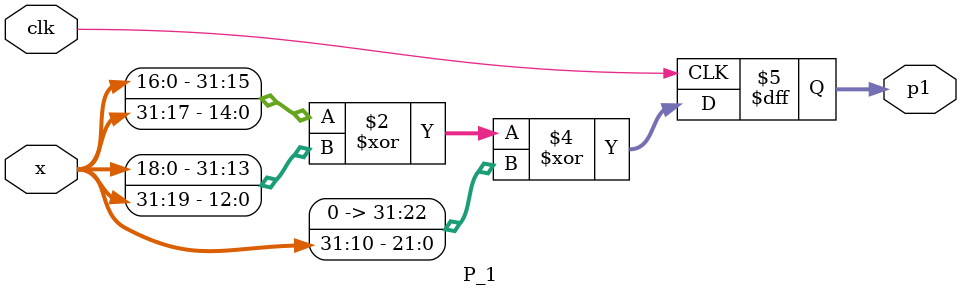
<source format=v>
module P_1(output reg[31:0]p1, input [31:0]x, input clk);
always @(posedge clk)
begin
p1 = ({x[16:0], x[31:17]})^({x[18:0], x[31:19]})^(x>>10);
end
endmodule

</source>
